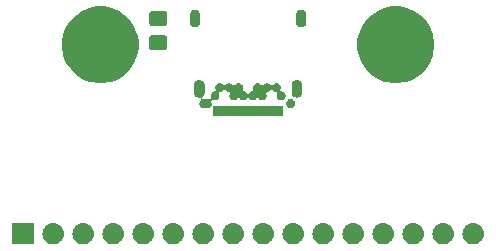
<source format=gbr>
G04 #@! TF.GenerationSoftware,KiCad,Pcbnew,(5.1.2-1)-1*
G04 #@! TF.CreationDate,2020-04-26T15:35:38+02:00*
G04 #@! TF.ProjectId,USB-C-USB-3.2,5553422d-432d-4555-9342-2d332e322e6b,rev?*
G04 #@! TF.SameCoordinates,Original*
G04 #@! TF.FileFunction,Soldermask,Top*
G04 #@! TF.FilePolarity,Negative*
%FSLAX46Y46*%
G04 Gerber Fmt 4.6, Leading zero omitted, Abs format (unit mm)*
G04 Created by KiCad (PCBNEW (5.1.2-1)-1) date 2020-04-26 15:35:38*
%MOMM*%
%LPD*%
G04 APERTURE LIST*
%ADD10C,0.100000*%
G04 APERTURE END LIST*
D10*
G36*
X101660443Y-76105519D02*
G01*
X101726627Y-76112037D01*
X101896466Y-76163557D01*
X102052991Y-76247222D01*
X102088729Y-76276552D01*
X102190186Y-76359814D01*
X102273448Y-76461271D01*
X102302778Y-76497009D01*
X102386443Y-76653534D01*
X102437963Y-76823373D01*
X102455359Y-77000000D01*
X102437963Y-77176627D01*
X102386443Y-77346466D01*
X102302778Y-77502991D01*
X102273448Y-77538729D01*
X102190186Y-77640186D01*
X102088729Y-77723448D01*
X102052991Y-77752778D01*
X101896466Y-77836443D01*
X101726627Y-77887963D01*
X101660442Y-77894482D01*
X101594260Y-77901000D01*
X101505740Y-77901000D01*
X101439558Y-77894482D01*
X101373373Y-77887963D01*
X101203534Y-77836443D01*
X101047009Y-77752778D01*
X101011271Y-77723448D01*
X100909814Y-77640186D01*
X100826552Y-77538729D01*
X100797222Y-77502991D01*
X100713557Y-77346466D01*
X100662037Y-77176627D01*
X100644641Y-77000000D01*
X100662037Y-76823373D01*
X100713557Y-76653534D01*
X100797222Y-76497009D01*
X100826552Y-76461271D01*
X100909814Y-76359814D01*
X101011271Y-76276552D01*
X101047009Y-76247222D01*
X101203534Y-76163557D01*
X101373373Y-76112037D01*
X101439557Y-76105519D01*
X101505740Y-76099000D01*
X101594260Y-76099000D01*
X101660443Y-76105519D01*
X101660443Y-76105519D01*
G37*
G36*
X99120443Y-76105519D02*
G01*
X99186627Y-76112037D01*
X99356466Y-76163557D01*
X99512991Y-76247222D01*
X99548729Y-76276552D01*
X99650186Y-76359814D01*
X99733448Y-76461271D01*
X99762778Y-76497009D01*
X99846443Y-76653534D01*
X99897963Y-76823373D01*
X99915359Y-77000000D01*
X99897963Y-77176627D01*
X99846443Y-77346466D01*
X99762778Y-77502991D01*
X99733448Y-77538729D01*
X99650186Y-77640186D01*
X99548729Y-77723448D01*
X99512991Y-77752778D01*
X99356466Y-77836443D01*
X99186627Y-77887963D01*
X99120442Y-77894482D01*
X99054260Y-77901000D01*
X98965740Y-77901000D01*
X98899558Y-77894482D01*
X98833373Y-77887963D01*
X98663534Y-77836443D01*
X98507009Y-77752778D01*
X98471271Y-77723448D01*
X98369814Y-77640186D01*
X98286552Y-77538729D01*
X98257222Y-77502991D01*
X98173557Y-77346466D01*
X98122037Y-77176627D01*
X98104641Y-77000000D01*
X98122037Y-76823373D01*
X98173557Y-76653534D01*
X98257222Y-76497009D01*
X98286552Y-76461271D01*
X98369814Y-76359814D01*
X98471271Y-76276552D01*
X98507009Y-76247222D01*
X98663534Y-76163557D01*
X98833373Y-76112037D01*
X98899557Y-76105519D01*
X98965740Y-76099000D01*
X99054260Y-76099000D01*
X99120443Y-76105519D01*
X99120443Y-76105519D01*
G37*
G36*
X96580443Y-76105519D02*
G01*
X96646627Y-76112037D01*
X96816466Y-76163557D01*
X96972991Y-76247222D01*
X97008729Y-76276552D01*
X97110186Y-76359814D01*
X97193448Y-76461271D01*
X97222778Y-76497009D01*
X97306443Y-76653534D01*
X97357963Y-76823373D01*
X97375359Y-77000000D01*
X97357963Y-77176627D01*
X97306443Y-77346466D01*
X97222778Y-77502991D01*
X97193448Y-77538729D01*
X97110186Y-77640186D01*
X97008729Y-77723448D01*
X96972991Y-77752778D01*
X96816466Y-77836443D01*
X96646627Y-77887963D01*
X96580442Y-77894482D01*
X96514260Y-77901000D01*
X96425740Y-77901000D01*
X96359558Y-77894482D01*
X96293373Y-77887963D01*
X96123534Y-77836443D01*
X95967009Y-77752778D01*
X95931271Y-77723448D01*
X95829814Y-77640186D01*
X95746552Y-77538729D01*
X95717222Y-77502991D01*
X95633557Y-77346466D01*
X95582037Y-77176627D01*
X95564641Y-77000000D01*
X95582037Y-76823373D01*
X95633557Y-76653534D01*
X95717222Y-76497009D01*
X95746552Y-76461271D01*
X95829814Y-76359814D01*
X95931271Y-76276552D01*
X95967009Y-76247222D01*
X96123534Y-76163557D01*
X96293373Y-76112037D01*
X96359557Y-76105519D01*
X96425740Y-76099000D01*
X96514260Y-76099000D01*
X96580443Y-76105519D01*
X96580443Y-76105519D01*
G37*
G36*
X94040443Y-76105519D02*
G01*
X94106627Y-76112037D01*
X94276466Y-76163557D01*
X94432991Y-76247222D01*
X94468729Y-76276552D01*
X94570186Y-76359814D01*
X94653448Y-76461271D01*
X94682778Y-76497009D01*
X94766443Y-76653534D01*
X94817963Y-76823373D01*
X94835359Y-77000000D01*
X94817963Y-77176627D01*
X94766443Y-77346466D01*
X94682778Y-77502991D01*
X94653448Y-77538729D01*
X94570186Y-77640186D01*
X94468729Y-77723448D01*
X94432991Y-77752778D01*
X94276466Y-77836443D01*
X94106627Y-77887963D01*
X94040442Y-77894482D01*
X93974260Y-77901000D01*
X93885740Y-77901000D01*
X93819558Y-77894482D01*
X93753373Y-77887963D01*
X93583534Y-77836443D01*
X93427009Y-77752778D01*
X93391271Y-77723448D01*
X93289814Y-77640186D01*
X93206552Y-77538729D01*
X93177222Y-77502991D01*
X93093557Y-77346466D01*
X93042037Y-77176627D01*
X93024641Y-77000000D01*
X93042037Y-76823373D01*
X93093557Y-76653534D01*
X93177222Y-76497009D01*
X93206552Y-76461271D01*
X93289814Y-76359814D01*
X93391271Y-76276552D01*
X93427009Y-76247222D01*
X93583534Y-76163557D01*
X93753373Y-76112037D01*
X93819557Y-76105519D01*
X93885740Y-76099000D01*
X93974260Y-76099000D01*
X94040443Y-76105519D01*
X94040443Y-76105519D01*
G37*
G36*
X91500443Y-76105519D02*
G01*
X91566627Y-76112037D01*
X91736466Y-76163557D01*
X91892991Y-76247222D01*
X91928729Y-76276552D01*
X92030186Y-76359814D01*
X92113448Y-76461271D01*
X92142778Y-76497009D01*
X92226443Y-76653534D01*
X92277963Y-76823373D01*
X92295359Y-77000000D01*
X92277963Y-77176627D01*
X92226443Y-77346466D01*
X92142778Y-77502991D01*
X92113448Y-77538729D01*
X92030186Y-77640186D01*
X91928729Y-77723448D01*
X91892991Y-77752778D01*
X91736466Y-77836443D01*
X91566627Y-77887963D01*
X91500442Y-77894482D01*
X91434260Y-77901000D01*
X91345740Y-77901000D01*
X91279558Y-77894482D01*
X91213373Y-77887963D01*
X91043534Y-77836443D01*
X90887009Y-77752778D01*
X90851271Y-77723448D01*
X90749814Y-77640186D01*
X90666552Y-77538729D01*
X90637222Y-77502991D01*
X90553557Y-77346466D01*
X90502037Y-77176627D01*
X90484641Y-77000000D01*
X90502037Y-76823373D01*
X90553557Y-76653534D01*
X90637222Y-76497009D01*
X90666552Y-76461271D01*
X90749814Y-76359814D01*
X90851271Y-76276552D01*
X90887009Y-76247222D01*
X91043534Y-76163557D01*
X91213373Y-76112037D01*
X91279557Y-76105519D01*
X91345740Y-76099000D01*
X91434260Y-76099000D01*
X91500443Y-76105519D01*
X91500443Y-76105519D01*
G37*
G36*
X88960443Y-76105519D02*
G01*
X89026627Y-76112037D01*
X89196466Y-76163557D01*
X89352991Y-76247222D01*
X89388729Y-76276552D01*
X89490186Y-76359814D01*
X89573448Y-76461271D01*
X89602778Y-76497009D01*
X89686443Y-76653534D01*
X89737963Y-76823373D01*
X89755359Y-77000000D01*
X89737963Y-77176627D01*
X89686443Y-77346466D01*
X89602778Y-77502991D01*
X89573448Y-77538729D01*
X89490186Y-77640186D01*
X89388729Y-77723448D01*
X89352991Y-77752778D01*
X89196466Y-77836443D01*
X89026627Y-77887963D01*
X88960442Y-77894482D01*
X88894260Y-77901000D01*
X88805740Y-77901000D01*
X88739558Y-77894482D01*
X88673373Y-77887963D01*
X88503534Y-77836443D01*
X88347009Y-77752778D01*
X88311271Y-77723448D01*
X88209814Y-77640186D01*
X88126552Y-77538729D01*
X88097222Y-77502991D01*
X88013557Y-77346466D01*
X87962037Y-77176627D01*
X87944641Y-77000000D01*
X87962037Y-76823373D01*
X88013557Y-76653534D01*
X88097222Y-76497009D01*
X88126552Y-76461271D01*
X88209814Y-76359814D01*
X88311271Y-76276552D01*
X88347009Y-76247222D01*
X88503534Y-76163557D01*
X88673373Y-76112037D01*
X88739557Y-76105519D01*
X88805740Y-76099000D01*
X88894260Y-76099000D01*
X88960443Y-76105519D01*
X88960443Y-76105519D01*
G37*
G36*
X86420443Y-76105519D02*
G01*
X86486627Y-76112037D01*
X86656466Y-76163557D01*
X86812991Y-76247222D01*
X86848729Y-76276552D01*
X86950186Y-76359814D01*
X87033448Y-76461271D01*
X87062778Y-76497009D01*
X87146443Y-76653534D01*
X87197963Y-76823373D01*
X87215359Y-77000000D01*
X87197963Y-77176627D01*
X87146443Y-77346466D01*
X87062778Y-77502991D01*
X87033448Y-77538729D01*
X86950186Y-77640186D01*
X86848729Y-77723448D01*
X86812991Y-77752778D01*
X86656466Y-77836443D01*
X86486627Y-77887963D01*
X86420442Y-77894482D01*
X86354260Y-77901000D01*
X86265740Y-77901000D01*
X86199558Y-77894482D01*
X86133373Y-77887963D01*
X85963534Y-77836443D01*
X85807009Y-77752778D01*
X85771271Y-77723448D01*
X85669814Y-77640186D01*
X85586552Y-77538729D01*
X85557222Y-77502991D01*
X85473557Y-77346466D01*
X85422037Y-77176627D01*
X85404641Y-77000000D01*
X85422037Y-76823373D01*
X85473557Y-76653534D01*
X85557222Y-76497009D01*
X85586552Y-76461271D01*
X85669814Y-76359814D01*
X85771271Y-76276552D01*
X85807009Y-76247222D01*
X85963534Y-76163557D01*
X86133373Y-76112037D01*
X86199557Y-76105519D01*
X86265740Y-76099000D01*
X86354260Y-76099000D01*
X86420443Y-76105519D01*
X86420443Y-76105519D01*
G37*
G36*
X83880443Y-76105519D02*
G01*
X83946627Y-76112037D01*
X84116466Y-76163557D01*
X84272991Y-76247222D01*
X84308729Y-76276552D01*
X84410186Y-76359814D01*
X84493448Y-76461271D01*
X84522778Y-76497009D01*
X84606443Y-76653534D01*
X84657963Y-76823373D01*
X84675359Y-77000000D01*
X84657963Y-77176627D01*
X84606443Y-77346466D01*
X84522778Y-77502991D01*
X84493448Y-77538729D01*
X84410186Y-77640186D01*
X84308729Y-77723448D01*
X84272991Y-77752778D01*
X84116466Y-77836443D01*
X83946627Y-77887963D01*
X83880442Y-77894482D01*
X83814260Y-77901000D01*
X83725740Y-77901000D01*
X83659558Y-77894482D01*
X83593373Y-77887963D01*
X83423534Y-77836443D01*
X83267009Y-77752778D01*
X83231271Y-77723448D01*
X83129814Y-77640186D01*
X83046552Y-77538729D01*
X83017222Y-77502991D01*
X82933557Y-77346466D01*
X82882037Y-77176627D01*
X82864641Y-77000000D01*
X82882037Y-76823373D01*
X82933557Y-76653534D01*
X83017222Y-76497009D01*
X83046552Y-76461271D01*
X83129814Y-76359814D01*
X83231271Y-76276552D01*
X83267009Y-76247222D01*
X83423534Y-76163557D01*
X83593373Y-76112037D01*
X83659557Y-76105519D01*
X83725740Y-76099000D01*
X83814260Y-76099000D01*
X83880443Y-76105519D01*
X83880443Y-76105519D01*
G37*
G36*
X81340443Y-76105519D02*
G01*
X81406627Y-76112037D01*
X81576466Y-76163557D01*
X81732991Y-76247222D01*
X81768729Y-76276552D01*
X81870186Y-76359814D01*
X81953448Y-76461271D01*
X81982778Y-76497009D01*
X82066443Y-76653534D01*
X82117963Y-76823373D01*
X82135359Y-77000000D01*
X82117963Y-77176627D01*
X82066443Y-77346466D01*
X81982778Y-77502991D01*
X81953448Y-77538729D01*
X81870186Y-77640186D01*
X81768729Y-77723448D01*
X81732991Y-77752778D01*
X81576466Y-77836443D01*
X81406627Y-77887963D01*
X81340442Y-77894482D01*
X81274260Y-77901000D01*
X81185740Y-77901000D01*
X81119558Y-77894482D01*
X81053373Y-77887963D01*
X80883534Y-77836443D01*
X80727009Y-77752778D01*
X80691271Y-77723448D01*
X80589814Y-77640186D01*
X80506552Y-77538729D01*
X80477222Y-77502991D01*
X80393557Y-77346466D01*
X80342037Y-77176627D01*
X80324641Y-77000000D01*
X80342037Y-76823373D01*
X80393557Y-76653534D01*
X80477222Y-76497009D01*
X80506552Y-76461271D01*
X80589814Y-76359814D01*
X80691271Y-76276552D01*
X80727009Y-76247222D01*
X80883534Y-76163557D01*
X81053373Y-76112037D01*
X81119557Y-76105519D01*
X81185740Y-76099000D01*
X81274260Y-76099000D01*
X81340443Y-76105519D01*
X81340443Y-76105519D01*
G37*
G36*
X78800443Y-76105519D02*
G01*
X78866627Y-76112037D01*
X79036466Y-76163557D01*
X79192991Y-76247222D01*
X79228729Y-76276552D01*
X79330186Y-76359814D01*
X79413448Y-76461271D01*
X79442778Y-76497009D01*
X79526443Y-76653534D01*
X79577963Y-76823373D01*
X79595359Y-77000000D01*
X79577963Y-77176627D01*
X79526443Y-77346466D01*
X79442778Y-77502991D01*
X79413448Y-77538729D01*
X79330186Y-77640186D01*
X79228729Y-77723448D01*
X79192991Y-77752778D01*
X79036466Y-77836443D01*
X78866627Y-77887963D01*
X78800442Y-77894482D01*
X78734260Y-77901000D01*
X78645740Y-77901000D01*
X78579558Y-77894482D01*
X78513373Y-77887963D01*
X78343534Y-77836443D01*
X78187009Y-77752778D01*
X78151271Y-77723448D01*
X78049814Y-77640186D01*
X77966552Y-77538729D01*
X77937222Y-77502991D01*
X77853557Y-77346466D01*
X77802037Y-77176627D01*
X77784641Y-77000000D01*
X77802037Y-76823373D01*
X77853557Y-76653534D01*
X77937222Y-76497009D01*
X77966552Y-76461271D01*
X78049814Y-76359814D01*
X78151271Y-76276552D01*
X78187009Y-76247222D01*
X78343534Y-76163557D01*
X78513373Y-76112037D01*
X78579557Y-76105519D01*
X78645740Y-76099000D01*
X78734260Y-76099000D01*
X78800443Y-76105519D01*
X78800443Y-76105519D01*
G37*
G36*
X76260443Y-76105519D02*
G01*
X76326627Y-76112037D01*
X76496466Y-76163557D01*
X76652991Y-76247222D01*
X76688729Y-76276552D01*
X76790186Y-76359814D01*
X76873448Y-76461271D01*
X76902778Y-76497009D01*
X76986443Y-76653534D01*
X77037963Y-76823373D01*
X77055359Y-77000000D01*
X77037963Y-77176627D01*
X76986443Y-77346466D01*
X76902778Y-77502991D01*
X76873448Y-77538729D01*
X76790186Y-77640186D01*
X76688729Y-77723448D01*
X76652991Y-77752778D01*
X76496466Y-77836443D01*
X76326627Y-77887963D01*
X76260442Y-77894482D01*
X76194260Y-77901000D01*
X76105740Y-77901000D01*
X76039558Y-77894482D01*
X75973373Y-77887963D01*
X75803534Y-77836443D01*
X75647009Y-77752778D01*
X75611271Y-77723448D01*
X75509814Y-77640186D01*
X75426552Y-77538729D01*
X75397222Y-77502991D01*
X75313557Y-77346466D01*
X75262037Y-77176627D01*
X75244641Y-77000000D01*
X75262037Y-76823373D01*
X75313557Y-76653534D01*
X75397222Y-76497009D01*
X75426552Y-76461271D01*
X75509814Y-76359814D01*
X75611271Y-76276552D01*
X75647009Y-76247222D01*
X75803534Y-76163557D01*
X75973373Y-76112037D01*
X76039557Y-76105519D01*
X76105740Y-76099000D01*
X76194260Y-76099000D01*
X76260443Y-76105519D01*
X76260443Y-76105519D01*
G37*
G36*
X73720443Y-76105519D02*
G01*
X73786627Y-76112037D01*
X73956466Y-76163557D01*
X74112991Y-76247222D01*
X74148729Y-76276552D01*
X74250186Y-76359814D01*
X74333448Y-76461271D01*
X74362778Y-76497009D01*
X74446443Y-76653534D01*
X74497963Y-76823373D01*
X74515359Y-77000000D01*
X74497963Y-77176627D01*
X74446443Y-77346466D01*
X74362778Y-77502991D01*
X74333448Y-77538729D01*
X74250186Y-77640186D01*
X74148729Y-77723448D01*
X74112991Y-77752778D01*
X73956466Y-77836443D01*
X73786627Y-77887963D01*
X73720442Y-77894482D01*
X73654260Y-77901000D01*
X73565740Y-77901000D01*
X73499558Y-77894482D01*
X73433373Y-77887963D01*
X73263534Y-77836443D01*
X73107009Y-77752778D01*
X73071271Y-77723448D01*
X72969814Y-77640186D01*
X72886552Y-77538729D01*
X72857222Y-77502991D01*
X72773557Y-77346466D01*
X72722037Y-77176627D01*
X72704641Y-77000000D01*
X72722037Y-76823373D01*
X72773557Y-76653534D01*
X72857222Y-76497009D01*
X72886552Y-76461271D01*
X72969814Y-76359814D01*
X73071271Y-76276552D01*
X73107009Y-76247222D01*
X73263534Y-76163557D01*
X73433373Y-76112037D01*
X73499557Y-76105519D01*
X73565740Y-76099000D01*
X73654260Y-76099000D01*
X73720443Y-76105519D01*
X73720443Y-76105519D01*
G37*
G36*
X71180443Y-76105519D02*
G01*
X71246627Y-76112037D01*
X71416466Y-76163557D01*
X71572991Y-76247222D01*
X71608729Y-76276552D01*
X71710186Y-76359814D01*
X71793448Y-76461271D01*
X71822778Y-76497009D01*
X71906443Y-76653534D01*
X71957963Y-76823373D01*
X71975359Y-77000000D01*
X71957963Y-77176627D01*
X71906443Y-77346466D01*
X71822778Y-77502991D01*
X71793448Y-77538729D01*
X71710186Y-77640186D01*
X71608729Y-77723448D01*
X71572991Y-77752778D01*
X71416466Y-77836443D01*
X71246627Y-77887963D01*
X71180442Y-77894482D01*
X71114260Y-77901000D01*
X71025740Y-77901000D01*
X70959558Y-77894482D01*
X70893373Y-77887963D01*
X70723534Y-77836443D01*
X70567009Y-77752778D01*
X70531271Y-77723448D01*
X70429814Y-77640186D01*
X70346552Y-77538729D01*
X70317222Y-77502991D01*
X70233557Y-77346466D01*
X70182037Y-77176627D01*
X70164641Y-77000000D01*
X70182037Y-76823373D01*
X70233557Y-76653534D01*
X70317222Y-76497009D01*
X70346552Y-76461271D01*
X70429814Y-76359814D01*
X70531271Y-76276552D01*
X70567009Y-76247222D01*
X70723534Y-76163557D01*
X70893373Y-76112037D01*
X70959557Y-76105519D01*
X71025740Y-76099000D01*
X71114260Y-76099000D01*
X71180443Y-76105519D01*
X71180443Y-76105519D01*
G37*
G36*
X68640443Y-76105519D02*
G01*
X68706627Y-76112037D01*
X68876466Y-76163557D01*
X69032991Y-76247222D01*
X69068729Y-76276552D01*
X69170186Y-76359814D01*
X69253448Y-76461271D01*
X69282778Y-76497009D01*
X69366443Y-76653534D01*
X69417963Y-76823373D01*
X69435359Y-77000000D01*
X69417963Y-77176627D01*
X69366443Y-77346466D01*
X69282778Y-77502991D01*
X69253448Y-77538729D01*
X69170186Y-77640186D01*
X69068729Y-77723448D01*
X69032991Y-77752778D01*
X68876466Y-77836443D01*
X68706627Y-77887963D01*
X68640442Y-77894482D01*
X68574260Y-77901000D01*
X68485740Y-77901000D01*
X68419558Y-77894482D01*
X68353373Y-77887963D01*
X68183534Y-77836443D01*
X68027009Y-77752778D01*
X67991271Y-77723448D01*
X67889814Y-77640186D01*
X67806552Y-77538729D01*
X67777222Y-77502991D01*
X67693557Y-77346466D01*
X67642037Y-77176627D01*
X67624641Y-77000000D01*
X67642037Y-76823373D01*
X67693557Y-76653534D01*
X67777222Y-76497009D01*
X67806552Y-76461271D01*
X67889814Y-76359814D01*
X67991271Y-76276552D01*
X68027009Y-76247222D01*
X68183534Y-76163557D01*
X68353373Y-76112037D01*
X68419557Y-76105519D01*
X68485740Y-76099000D01*
X68574260Y-76099000D01*
X68640443Y-76105519D01*
X68640443Y-76105519D01*
G37*
G36*
X66100443Y-76105519D02*
G01*
X66166627Y-76112037D01*
X66336466Y-76163557D01*
X66492991Y-76247222D01*
X66528729Y-76276552D01*
X66630186Y-76359814D01*
X66713448Y-76461271D01*
X66742778Y-76497009D01*
X66826443Y-76653534D01*
X66877963Y-76823373D01*
X66895359Y-77000000D01*
X66877963Y-77176627D01*
X66826443Y-77346466D01*
X66742778Y-77502991D01*
X66713448Y-77538729D01*
X66630186Y-77640186D01*
X66528729Y-77723448D01*
X66492991Y-77752778D01*
X66336466Y-77836443D01*
X66166627Y-77887963D01*
X66100442Y-77894482D01*
X66034260Y-77901000D01*
X65945740Y-77901000D01*
X65879558Y-77894482D01*
X65813373Y-77887963D01*
X65643534Y-77836443D01*
X65487009Y-77752778D01*
X65451271Y-77723448D01*
X65349814Y-77640186D01*
X65266552Y-77538729D01*
X65237222Y-77502991D01*
X65153557Y-77346466D01*
X65102037Y-77176627D01*
X65084641Y-77000000D01*
X65102037Y-76823373D01*
X65153557Y-76653534D01*
X65237222Y-76497009D01*
X65266552Y-76461271D01*
X65349814Y-76359814D01*
X65451271Y-76276552D01*
X65487009Y-76247222D01*
X65643534Y-76163557D01*
X65813373Y-76112037D01*
X65879557Y-76105519D01*
X65945740Y-76099000D01*
X66034260Y-76099000D01*
X66100443Y-76105519D01*
X66100443Y-76105519D01*
G37*
G36*
X64351000Y-77901000D02*
G01*
X62549000Y-77901000D01*
X62549000Y-76099000D01*
X64351000Y-76099000D01*
X64351000Y-77901000D01*
X64351000Y-77901000D01*
G37*
G36*
X79532894Y-66219000D02*
G01*
X85451000Y-66219000D01*
X85451000Y-67021000D01*
X79549000Y-67021000D01*
X79549000Y-66294008D01*
X79546598Y-66269622D01*
X79539485Y-66246173D01*
X79527934Y-66224562D01*
X79522049Y-66217391D01*
X79532894Y-66219000D01*
X79532894Y-66219000D01*
G37*
G36*
X86209672Y-65598449D02*
G01*
X86209674Y-65598450D01*
X86209675Y-65598450D01*
X86278103Y-65626793D01*
X86339686Y-65667942D01*
X86392058Y-65720314D01*
X86433207Y-65781897D01*
X86441233Y-65801275D01*
X86461551Y-65850328D01*
X86476000Y-65922966D01*
X86476000Y-65997034D01*
X86468705Y-66033709D01*
X86461550Y-66069675D01*
X86433207Y-66138103D01*
X86392058Y-66199686D01*
X86339686Y-66252058D01*
X86278103Y-66293207D01*
X86209675Y-66321550D01*
X86209674Y-66321550D01*
X86209672Y-66321551D01*
X86137034Y-66336000D01*
X86062966Y-66336000D01*
X85990328Y-66321551D01*
X85990326Y-66321550D01*
X85990325Y-66321550D01*
X85921897Y-66293207D01*
X85860314Y-66252058D01*
X85807942Y-66199686D01*
X85766793Y-66138103D01*
X85738450Y-66069675D01*
X85731296Y-66033709D01*
X85724000Y-65997034D01*
X85724000Y-65922966D01*
X85738449Y-65850328D01*
X85758767Y-65801275D01*
X85766793Y-65781897D01*
X85807942Y-65720314D01*
X85860314Y-65667942D01*
X85921897Y-65626793D01*
X85990325Y-65598450D01*
X85990326Y-65598450D01*
X85990328Y-65598449D01*
X86062966Y-65584000D01*
X86137034Y-65584000D01*
X86209672Y-65598449D01*
X86209672Y-65598449D01*
G37*
G36*
X78458410Y-63965525D02*
G01*
X78543426Y-63991314D01*
X78621775Y-64033193D01*
X78690449Y-64089551D01*
X78746807Y-64158225D01*
X78788686Y-64236574D01*
X78814475Y-64321590D01*
X78821000Y-64387842D01*
X78821000Y-65032158D01*
X78814475Y-65098410D01*
X78788686Y-65183426D01*
X78746807Y-65261775D01*
X78690449Y-65330448D01*
X78651546Y-65362374D01*
X78634219Y-65379701D01*
X78620605Y-65400075D01*
X78611227Y-65422714D01*
X78606446Y-65446747D01*
X78606446Y-65471251D01*
X78611226Y-65495285D01*
X78620603Y-65517924D01*
X78634216Y-65538298D01*
X78651543Y-65555625D01*
X78671917Y-65569239D01*
X78694556Y-65578617D01*
X78718589Y-65583398D01*
X78730843Y-65584000D01*
X79068472Y-65584000D01*
X79123710Y-65589440D01*
X79196825Y-65611620D01*
X79220858Y-65616401D01*
X79245362Y-65616401D01*
X79269396Y-65611621D01*
X79292035Y-65602244D01*
X79312409Y-65588630D01*
X79329736Y-65571303D01*
X79343350Y-65550929D01*
X79352727Y-65528290D01*
X79357508Y-65504257D01*
X79357508Y-65479753D01*
X79352728Y-65455719D01*
X79348595Y-65444169D01*
X79338449Y-65419674D01*
X79324000Y-65347034D01*
X79324000Y-65272966D01*
X79338449Y-65200328D01*
X79345450Y-65183425D01*
X79366793Y-65131897D01*
X79407942Y-65070314D01*
X79460314Y-65017942D01*
X79521897Y-64976793D01*
X79590325Y-64948450D01*
X79590324Y-64948450D01*
X79590327Y-64948449D01*
X79665338Y-64933528D01*
X79688786Y-64926415D01*
X79710397Y-64914864D01*
X79729339Y-64899318D01*
X79744884Y-64880376D01*
X79756435Y-64858766D01*
X79763548Y-64835317D01*
X79765950Y-64810931D01*
X79763548Y-64786544D01*
X79756435Y-64763096D01*
X79738449Y-64719674D01*
X79724000Y-64647034D01*
X79724000Y-64572966D01*
X79738449Y-64500328D01*
X79738450Y-64500325D01*
X79766793Y-64431897D01*
X79807942Y-64370314D01*
X79860314Y-64317942D01*
X79921897Y-64276793D01*
X79990325Y-64248450D01*
X79990326Y-64248450D01*
X79990328Y-64248449D01*
X80062966Y-64234000D01*
X80137034Y-64234000D01*
X80209672Y-64248449D01*
X80209674Y-64248450D01*
X80209675Y-64248450D01*
X80278103Y-64276793D01*
X80339686Y-64317942D01*
X80392058Y-64370314D01*
X80396072Y-64376321D01*
X80411612Y-64395256D01*
X80430553Y-64410801D01*
X80452164Y-64422353D01*
X80475613Y-64429466D01*
X80499999Y-64431868D01*
X80524385Y-64429466D01*
X80547834Y-64422353D01*
X80569445Y-64410803D01*
X80588387Y-64395257D01*
X80603928Y-64376321D01*
X80607942Y-64370314D01*
X80660314Y-64317942D01*
X80721897Y-64276793D01*
X80790325Y-64248450D01*
X80790326Y-64248450D01*
X80790328Y-64248449D01*
X80862966Y-64234000D01*
X80937034Y-64234000D01*
X81009672Y-64248449D01*
X81009674Y-64248450D01*
X81009675Y-64248450D01*
X81078103Y-64276793D01*
X81139686Y-64317942D01*
X81192058Y-64370314D01*
X81196072Y-64376321D01*
X81211612Y-64395256D01*
X81230553Y-64410801D01*
X81252164Y-64422353D01*
X81275613Y-64429466D01*
X81299999Y-64431868D01*
X81324385Y-64429466D01*
X81347834Y-64422353D01*
X81369445Y-64410803D01*
X81388387Y-64395257D01*
X81403928Y-64376321D01*
X81407942Y-64370314D01*
X81460314Y-64317942D01*
X81521897Y-64276793D01*
X81590325Y-64248450D01*
X81590326Y-64248450D01*
X81590328Y-64248449D01*
X81662966Y-64234000D01*
X81737034Y-64234000D01*
X81809672Y-64248449D01*
X81809674Y-64248450D01*
X81809675Y-64248450D01*
X81878103Y-64276793D01*
X81939686Y-64317942D01*
X81992058Y-64370314D01*
X82033207Y-64431897D01*
X82061550Y-64500325D01*
X82061551Y-64500328D01*
X82076000Y-64572966D01*
X82076000Y-64647034D01*
X82061551Y-64719674D01*
X82043565Y-64763096D01*
X82036452Y-64786545D01*
X82034050Y-64810931D01*
X82036452Y-64835317D01*
X82043565Y-64858766D01*
X82055116Y-64880376D01*
X82070661Y-64899318D01*
X82089603Y-64914864D01*
X82111214Y-64926415D01*
X82134662Y-64933528D01*
X82209673Y-64948449D01*
X82209676Y-64948450D01*
X82209675Y-64948450D01*
X82278103Y-64976793D01*
X82339686Y-65017942D01*
X82392058Y-65070314D01*
X82396072Y-65076321D01*
X82411612Y-65095256D01*
X82430553Y-65110801D01*
X82452164Y-65122353D01*
X82475613Y-65129466D01*
X82499999Y-65131868D01*
X82524385Y-65129466D01*
X82547834Y-65122353D01*
X82569445Y-65110803D01*
X82588387Y-65095257D01*
X82603928Y-65076321D01*
X82607942Y-65070314D01*
X82660314Y-65017942D01*
X82721897Y-64976793D01*
X82790325Y-64948450D01*
X82790324Y-64948450D01*
X82790327Y-64948449D01*
X82865338Y-64933528D01*
X82888786Y-64926415D01*
X82910397Y-64914864D01*
X82929339Y-64899318D01*
X82944884Y-64880376D01*
X82956435Y-64858766D01*
X82963548Y-64835317D01*
X82965950Y-64810931D01*
X82963548Y-64786544D01*
X82956435Y-64763096D01*
X82938449Y-64719674D01*
X82924000Y-64647034D01*
X82924000Y-64572966D01*
X82938449Y-64500328D01*
X82938450Y-64500325D01*
X82966793Y-64431897D01*
X83007942Y-64370314D01*
X83060314Y-64317942D01*
X83121897Y-64276793D01*
X83190325Y-64248450D01*
X83190326Y-64248450D01*
X83190328Y-64248449D01*
X83262966Y-64234000D01*
X83337034Y-64234000D01*
X83409672Y-64248449D01*
X83409674Y-64248450D01*
X83409675Y-64248450D01*
X83478103Y-64276793D01*
X83539686Y-64317942D01*
X83592058Y-64370314D01*
X83596072Y-64376321D01*
X83611612Y-64395256D01*
X83630553Y-64410801D01*
X83652164Y-64422353D01*
X83675613Y-64429466D01*
X83699999Y-64431868D01*
X83724385Y-64429466D01*
X83747834Y-64422353D01*
X83769445Y-64410803D01*
X83788387Y-64395257D01*
X83803928Y-64376321D01*
X83807942Y-64370314D01*
X83860314Y-64317942D01*
X83921897Y-64276793D01*
X83990325Y-64248450D01*
X83990326Y-64248450D01*
X83990328Y-64248449D01*
X84062966Y-64234000D01*
X84137034Y-64234000D01*
X84209672Y-64248449D01*
X84209674Y-64248450D01*
X84209675Y-64248450D01*
X84278103Y-64276793D01*
X84339686Y-64317942D01*
X84392058Y-64370314D01*
X84396072Y-64376321D01*
X84411612Y-64395256D01*
X84430553Y-64410801D01*
X84452164Y-64422353D01*
X84475613Y-64429466D01*
X84499999Y-64431868D01*
X84524385Y-64429466D01*
X84547834Y-64422353D01*
X84569445Y-64410803D01*
X84588387Y-64395257D01*
X84603928Y-64376321D01*
X84607942Y-64370314D01*
X84660314Y-64317942D01*
X84721897Y-64276793D01*
X84790325Y-64248450D01*
X84790326Y-64248450D01*
X84790328Y-64248449D01*
X84862966Y-64234000D01*
X84937034Y-64234000D01*
X85009672Y-64248449D01*
X85009674Y-64248450D01*
X85009675Y-64248450D01*
X85078103Y-64276793D01*
X85139686Y-64317942D01*
X85192058Y-64370314D01*
X85233207Y-64431897D01*
X85261550Y-64500325D01*
X85261551Y-64500328D01*
X85276000Y-64572966D01*
X85276000Y-64647034D01*
X85261551Y-64719674D01*
X85243565Y-64763096D01*
X85236452Y-64786545D01*
X85234050Y-64810931D01*
X85236452Y-64835317D01*
X85243565Y-64858766D01*
X85255116Y-64880376D01*
X85270661Y-64899318D01*
X85289603Y-64914864D01*
X85311214Y-64926415D01*
X85334662Y-64933528D01*
X85409673Y-64948449D01*
X85409676Y-64948450D01*
X85409675Y-64948450D01*
X85478103Y-64976793D01*
X85539686Y-65017942D01*
X85592058Y-65070314D01*
X85633207Y-65131897D01*
X85654550Y-65183425D01*
X85661551Y-65200328D01*
X85676000Y-65272966D01*
X85676000Y-65347034D01*
X85672949Y-65362374D01*
X85661550Y-65419675D01*
X85633207Y-65488103D01*
X85592058Y-65549686D01*
X85539686Y-65602058D01*
X85478103Y-65643207D01*
X85409675Y-65671550D01*
X85409674Y-65671550D01*
X85409672Y-65671551D01*
X85337034Y-65686000D01*
X85262966Y-65686000D01*
X85190328Y-65671551D01*
X85190326Y-65671550D01*
X85190325Y-65671550D01*
X85121897Y-65643207D01*
X85060314Y-65602058D01*
X85007942Y-65549686D01*
X84966793Y-65488103D01*
X84938450Y-65419675D01*
X84927052Y-65362374D01*
X84924000Y-65347034D01*
X84924000Y-65272966D01*
X84938449Y-65200326D01*
X84956435Y-65156904D01*
X84963548Y-65133455D01*
X84965950Y-65109069D01*
X84963548Y-65084683D01*
X84956435Y-65061234D01*
X84944884Y-65039624D01*
X84929339Y-65020682D01*
X84910397Y-65005136D01*
X84888786Y-64993585D01*
X84865338Y-64986472D01*
X84790327Y-64971551D01*
X84780304Y-64967399D01*
X84721897Y-64943207D01*
X84660314Y-64902058D01*
X84607942Y-64849686D01*
X84603928Y-64843679D01*
X84588388Y-64824744D01*
X84569447Y-64809199D01*
X84547836Y-64797647D01*
X84524387Y-64790534D01*
X84500001Y-64788132D01*
X84475615Y-64790534D01*
X84452166Y-64797647D01*
X84430555Y-64809197D01*
X84411613Y-64824743D01*
X84396072Y-64843679D01*
X84392058Y-64849686D01*
X84339686Y-64902058D01*
X84278103Y-64943207D01*
X84219696Y-64967399D01*
X84209673Y-64971551D01*
X84134662Y-64986472D01*
X84111214Y-64993585D01*
X84089603Y-65005136D01*
X84070661Y-65020682D01*
X84055116Y-65039624D01*
X84043565Y-65061234D01*
X84036452Y-65084683D01*
X84034050Y-65109069D01*
X84036452Y-65133456D01*
X84043565Y-65156904D01*
X84061551Y-65200326D01*
X84076000Y-65272966D01*
X84076000Y-65347034D01*
X84072949Y-65362374D01*
X84061550Y-65419675D01*
X84033207Y-65488103D01*
X83992058Y-65549686D01*
X83939686Y-65602058D01*
X83878103Y-65643207D01*
X83809675Y-65671550D01*
X83809674Y-65671550D01*
X83809672Y-65671551D01*
X83737034Y-65686000D01*
X83662966Y-65686000D01*
X83590328Y-65671551D01*
X83590326Y-65671550D01*
X83590325Y-65671550D01*
X83521897Y-65643207D01*
X83460314Y-65602058D01*
X83407942Y-65549686D01*
X83403928Y-65543679D01*
X83388388Y-65524744D01*
X83369447Y-65509199D01*
X83347836Y-65497647D01*
X83324387Y-65490534D01*
X83300001Y-65488132D01*
X83275615Y-65490534D01*
X83252166Y-65497647D01*
X83230555Y-65509197D01*
X83211613Y-65524743D01*
X83196072Y-65543679D01*
X83192058Y-65549686D01*
X83139686Y-65602058D01*
X83078103Y-65643207D01*
X83009675Y-65671550D01*
X83009674Y-65671550D01*
X83009672Y-65671551D01*
X82937034Y-65686000D01*
X82862966Y-65686000D01*
X82790328Y-65671551D01*
X82790326Y-65671550D01*
X82790325Y-65671550D01*
X82721897Y-65643207D01*
X82660314Y-65602058D01*
X82607942Y-65549686D01*
X82603928Y-65543679D01*
X82588388Y-65524744D01*
X82569447Y-65509199D01*
X82547836Y-65497647D01*
X82524387Y-65490534D01*
X82500001Y-65488132D01*
X82475615Y-65490534D01*
X82452166Y-65497647D01*
X82430555Y-65509197D01*
X82411613Y-65524743D01*
X82396072Y-65543679D01*
X82392058Y-65549686D01*
X82339686Y-65602058D01*
X82278103Y-65643207D01*
X82209675Y-65671550D01*
X82209674Y-65671550D01*
X82209672Y-65671551D01*
X82137034Y-65686000D01*
X82062966Y-65686000D01*
X81990328Y-65671551D01*
X81990326Y-65671550D01*
X81990325Y-65671550D01*
X81921897Y-65643207D01*
X81860314Y-65602058D01*
X81807942Y-65549686D01*
X81803928Y-65543679D01*
X81788388Y-65524744D01*
X81769447Y-65509199D01*
X81747836Y-65497647D01*
X81724387Y-65490534D01*
X81700001Y-65488132D01*
X81675615Y-65490534D01*
X81652166Y-65497647D01*
X81630555Y-65509197D01*
X81611613Y-65524743D01*
X81596072Y-65543679D01*
X81592058Y-65549686D01*
X81539686Y-65602058D01*
X81478103Y-65643207D01*
X81409675Y-65671550D01*
X81409674Y-65671550D01*
X81409672Y-65671551D01*
X81337034Y-65686000D01*
X81262966Y-65686000D01*
X81190328Y-65671551D01*
X81190326Y-65671550D01*
X81190325Y-65671550D01*
X81121897Y-65643207D01*
X81060314Y-65602058D01*
X81007942Y-65549686D01*
X80966793Y-65488103D01*
X80938450Y-65419675D01*
X80927052Y-65362374D01*
X80924000Y-65347034D01*
X80924000Y-65272966D01*
X80938449Y-65200326D01*
X80956435Y-65156904D01*
X80963548Y-65133455D01*
X80965950Y-65109069D01*
X80963548Y-65084683D01*
X80956435Y-65061234D01*
X80944884Y-65039624D01*
X80929339Y-65020682D01*
X80910397Y-65005136D01*
X80888786Y-64993585D01*
X80865338Y-64986472D01*
X80790327Y-64971551D01*
X80780304Y-64967399D01*
X80721897Y-64943207D01*
X80660314Y-64902058D01*
X80607942Y-64849686D01*
X80603928Y-64843679D01*
X80588388Y-64824744D01*
X80569447Y-64809199D01*
X80547836Y-64797647D01*
X80524387Y-64790534D01*
X80500001Y-64788132D01*
X80475615Y-64790534D01*
X80452166Y-64797647D01*
X80430555Y-64809197D01*
X80411613Y-64824743D01*
X80396072Y-64843679D01*
X80392058Y-64849686D01*
X80339686Y-64902058D01*
X80278103Y-64943207D01*
X80219696Y-64967399D01*
X80209673Y-64971551D01*
X80134662Y-64986472D01*
X80111214Y-64993585D01*
X80089603Y-65005136D01*
X80070661Y-65020682D01*
X80055116Y-65039624D01*
X80043565Y-65061234D01*
X80036452Y-65084683D01*
X80034050Y-65109069D01*
X80036452Y-65133456D01*
X80043565Y-65156904D01*
X80061551Y-65200326D01*
X80076000Y-65272966D01*
X80076000Y-65347034D01*
X80072949Y-65362374D01*
X80061550Y-65419675D01*
X80033207Y-65488103D01*
X79992058Y-65549686D01*
X79939686Y-65602058D01*
X79878103Y-65643207D01*
X79809675Y-65671550D01*
X79809674Y-65671550D01*
X79809672Y-65671551D01*
X79737034Y-65686000D01*
X79662966Y-65686000D01*
X79590326Y-65671551D01*
X79565831Y-65661405D01*
X79542382Y-65654292D01*
X79517996Y-65651890D01*
X79493610Y-65654292D01*
X79470161Y-65661405D01*
X79448550Y-65672956D01*
X79429608Y-65688501D01*
X79414063Y-65707443D01*
X79402512Y-65729054D01*
X79395399Y-65752503D01*
X79392997Y-65776889D01*
X79395399Y-65801275D01*
X79398380Y-65813175D01*
X79420560Y-65886290D01*
X79427819Y-65960000D01*
X79420560Y-66033707D01*
X79413277Y-66057716D01*
X79408497Y-66081750D01*
X79408497Y-66106254D01*
X79413278Y-66130287D01*
X79422655Y-66152926D01*
X79434064Y-66170000D01*
X79424001Y-66169009D01*
X79399615Y-66171411D01*
X79376166Y-66178524D01*
X79354555Y-66190075D01*
X79335613Y-66205620D01*
X79327375Y-66214710D01*
X79317159Y-66227159D01*
X79259904Y-66274146D01*
X79194585Y-66309060D01*
X79123710Y-66330560D01*
X79068472Y-66336000D01*
X78731528Y-66336000D01*
X78676290Y-66330560D01*
X78605415Y-66309060D01*
X78540096Y-66274146D01*
X78482841Y-66227159D01*
X78435854Y-66169904D01*
X78400940Y-66104585D01*
X78379440Y-66033710D01*
X78372181Y-65960000D01*
X78379440Y-65886290D01*
X78400940Y-65815415D01*
X78435854Y-65750096D01*
X78482841Y-65692842D01*
X78497703Y-65680645D01*
X78515030Y-65663318D01*
X78528644Y-65642944D01*
X78538021Y-65620305D01*
X78542802Y-65596272D01*
X78542802Y-65571768D01*
X78538022Y-65547735D01*
X78528645Y-65525096D01*
X78515031Y-65504721D01*
X78497704Y-65487394D01*
X78477330Y-65473780D01*
X78454691Y-65464403D01*
X78430658Y-65459622D01*
X78406154Y-65459622D01*
X78370001Y-65463182D01*
X78370000Y-65463182D01*
X78361293Y-65462324D01*
X78281590Y-65454475D01*
X78196574Y-65428686D01*
X78118225Y-65386807D01*
X78049552Y-65330449D01*
X77993193Y-65261774D01*
X77951314Y-65183425D01*
X77925525Y-65098409D01*
X77919000Y-65032157D01*
X77919000Y-64387842D01*
X77925525Y-64321590D01*
X77951313Y-64236577D01*
X77993195Y-64158224D01*
X78049552Y-64089551D01*
X78118226Y-64033193D01*
X78196575Y-63991314D01*
X78281591Y-63965525D01*
X78370000Y-63956818D01*
X78458410Y-63965525D01*
X78458410Y-63965525D01*
G37*
G36*
X86718410Y-63965525D02*
G01*
X86803426Y-63991314D01*
X86881775Y-64033193D01*
X86950449Y-64089551D01*
X87006807Y-64158225D01*
X87048686Y-64236574D01*
X87074475Y-64321590D01*
X87081000Y-64387842D01*
X87081000Y-65032158D01*
X87074475Y-65098410D01*
X87048686Y-65183426D01*
X87006807Y-65261775D01*
X86950449Y-65330448D01*
X86881774Y-65386807D01*
X86803425Y-65428686D01*
X86718409Y-65454475D01*
X86630000Y-65463182D01*
X86541590Y-65454475D01*
X86456574Y-65428686D01*
X86378225Y-65386807D01*
X86309552Y-65330449D01*
X86253193Y-65261774D01*
X86211314Y-65183425D01*
X86185525Y-65098409D01*
X86179000Y-65032157D01*
X86179000Y-64387842D01*
X86185525Y-64321590D01*
X86211313Y-64236577D01*
X86253195Y-64158224D01*
X86309552Y-64089551D01*
X86378226Y-64033193D01*
X86456575Y-63991314D01*
X86541591Y-63965525D01*
X86630000Y-63956818D01*
X86718410Y-63965525D01*
X86718410Y-63965525D01*
G37*
G36*
X70634239Y-57811467D02*
G01*
X70948282Y-57873934D01*
X71539926Y-58119001D01*
X71940073Y-58386371D01*
X72017111Y-58437846D01*
X72072392Y-58474784D01*
X72525216Y-58927608D01*
X72880999Y-59460074D01*
X73126066Y-60051718D01*
X73158525Y-60214899D01*
X73251000Y-60679803D01*
X73251000Y-61320197D01*
X73188533Y-61634239D01*
X73126066Y-61948282D01*
X72880999Y-62539926D01*
X72525216Y-63072392D01*
X72072392Y-63525216D01*
X71539926Y-63880999D01*
X70948282Y-64126066D01*
X70634239Y-64188533D01*
X70320197Y-64251000D01*
X69679803Y-64251000D01*
X69365761Y-64188533D01*
X69051718Y-64126066D01*
X68460074Y-63880999D01*
X67927608Y-63525216D01*
X67474784Y-63072392D01*
X67119001Y-62539926D01*
X66873934Y-61948282D01*
X66811467Y-61634239D01*
X66749000Y-61320197D01*
X66749000Y-60679803D01*
X66841475Y-60214899D01*
X66873934Y-60051718D01*
X67119001Y-59460074D01*
X67474784Y-58927608D01*
X67927608Y-58474784D01*
X67982890Y-58437846D01*
X68059927Y-58386371D01*
X68460074Y-58119001D01*
X69051718Y-57873934D01*
X69365761Y-57811467D01*
X69679803Y-57749000D01*
X70320197Y-57749000D01*
X70634239Y-57811467D01*
X70634239Y-57811467D01*
G37*
G36*
X95634239Y-57811467D02*
G01*
X95948282Y-57873934D01*
X96539926Y-58119001D01*
X96940073Y-58386371D01*
X97017111Y-58437846D01*
X97072392Y-58474784D01*
X97525216Y-58927608D01*
X97880999Y-59460074D01*
X98126066Y-60051718D01*
X98158525Y-60214899D01*
X98251000Y-60679803D01*
X98251000Y-61320197D01*
X98188533Y-61634239D01*
X98126066Y-61948282D01*
X97880999Y-62539926D01*
X97525216Y-63072392D01*
X97072392Y-63525216D01*
X96539926Y-63880999D01*
X95948282Y-64126066D01*
X95634239Y-64188533D01*
X95320197Y-64251000D01*
X94679803Y-64251000D01*
X94365761Y-64188533D01*
X94051718Y-64126066D01*
X93460074Y-63880999D01*
X92927608Y-63525216D01*
X92474784Y-63072392D01*
X92119001Y-62539926D01*
X91873934Y-61948282D01*
X91811467Y-61634239D01*
X91749000Y-61320197D01*
X91749000Y-60679803D01*
X91841475Y-60214899D01*
X91873934Y-60051718D01*
X92119001Y-59460074D01*
X92474784Y-58927608D01*
X92927608Y-58474784D01*
X92982890Y-58437846D01*
X93059927Y-58386371D01*
X93460074Y-58119001D01*
X94051718Y-57873934D01*
X94365761Y-57811467D01*
X94679803Y-57749000D01*
X95320197Y-57749000D01*
X95634239Y-57811467D01*
X95634239Y-57811467D01*
G37*
G36*
X75488674Y-60203465D02*
G01*
X75526367Y-60214899D01*
X75561103Y-60233466D01*
X75591548Y-60258452D01*
X75616534Y-60288897D01*
X75635101Y-60323633D01*
X75646535Y-60361326D01*
X75651000Y-60406661D01*
X75651000Y-61243339D01*
X75646535Y-61288674D01*
X75635101Y-61326367D01*
X75616534Y-61361103D01*
X75591548Y-61391548D01*
X75561103Y-61416534D01*
X75526367Y-61435101D01*
X75488674Y-61446535D01*
X75443339Y-61451000D01*
X74356661Y-61451000D01*
X74311326Y-61446535D01*
X74273633Y-61435101D01*
X74238897Y-61416534D01*
X74208452Y-61391548D01*
X74183466Y-61361103D01*
X74164899Y-61326367D01*
X74153465Y-61288674D01*
X74149000Y-61243339D01*
X74149000Y-60406661D01*
X74153465Y-60361326D01*
X74164899Y-60323633D01*
X74183466Y-60288897D01*
X74208452Y-60258452D01*
X74238897Y-60233466D01*
X74273633Y-60214899D01*
X74311326Y-60203465D01*
X74356661Y-60199000D01*
X75443339Y-60199000D01*
X75488674Y-60203465D01*
X75488674Y-60203465D01*
G37*
G36*
X78098410Y-58015525D02*
G01*
X78183426Y-58041314D01*
X78261775Y-58083193D01*
X78330449Y-58139551D01*
X78386807Y-58208225D01*
X78428686Y-58286574D01*
X78454475Y-58371590D01*
X78461000Y-58437842D01*
X78461000Y-59082158D01*
X78454475Y-59148410D01*
X78428686Y-59233426D01*
X78386807Y-59311775D01*
X78330449Y-59380448D01*
X78261774Y-59436807D01*
X78183425Y-59478686D01*
X78098409Y-59504475D01*
X78010000Y-59513182D01*
X77921590Y-59504475D01*
X77836574Y-59478686D01*
X77758225Y-59436807D01*
X77689552Y-59380449D01*
X77633193Y-59311774D01*
X77591314Y-59233425D01*
X77565525Y-59148409D01*
X77559000Y-59082157D01*
X77559000Y-58437842D01*
X77565525Y-58371590D01*
X77591313Y-58286577D01*
X77633195Y-58208224D01*
X77689552Y-58139551D01*
X77758226Y-58083193D01*
X77836575Y-58041314D01*
X77921591Y-58015525D01*
X78010000Y-58006818D01*
X78098410Y-58015525D01*
X78098410Y-58015525D01*
G37*
G36*
X87078410Y-58015525D02*
G01*
X87163426Y-58041314D01*
X87241775Y-58083193D01*
X87310449Y-58139551D01*
X87366807Y-58208225D01*
X87408686Y-58286574D01*
X87434475Y-58371590D01*
X87441000Y-58437842D01*
X87441000Y-59082158D01*
X87434475Y-59148410D01*
X87408686Y-59233426D01*
X87366807Y-59311775D01*
X87310449Y-59380448D01*
X87241774Y-59436807D01*
X87163425Y-59478686D01*
X87078409Y-59504475D01*
X86990000Y-59513182D01*
X86901590Y-59504475D01*
X86816574Y-59478686D01*
X86738225Y-59436807D01*
X86669552Y-59380449D01*
X86613193Y-59311774D01*
X86571314Y-59233425D01*
X86545525Y-59148409D01*
X86539000Y-59082157D01*
X86539000Y-58437842D01*
X86545525Y-58371590D01*
X86571313Y-58286577D01*
X86613195Y-58208224D01*
X86669552Y-58139551D01*
X86738226Y-58083193D01*
X86816575Y-58041314D01*
X86901591Y-58015525D01*
X86990000Y-58006818D01*
X87078410Y-58015525D01*
X87078410Y-58015525D01*
G37*
G36*
X75488674Y-58153465D02*
G01*
X75526367Y-58164899D01*
X75561103Y-58183466D01*
X75591548Y-58208452D01*
X75616534Y-58238897D01*
X75635101Y-58273633D01*
X75646535Y-58311326D01*
X75651000Y-58356661D01*
X75651000Y-59193339D01*
X75646535Y-59238674D01*
X75635101Y-59276367D01*
X75616534Y-59311103D01*
X75591548Y-59341548D01*
X75561103Y-59366534D01*
X75526367Y-59385101D01*
X75488674Y-59396535D01*
X75443339Y-59401000D01*
X74356661Y-59401000D01*
X74311326Y-59396535D01*
X74273633Y-59385101D01*
X74238897Y-59366534D01*
X74208452Y-59341548D01*
X74183466Y-59311103D01*
X74164899Y-59276367D01*
X74153465Y-59238674D01*
X74149000Y-59193339D01*
X74149000Y-58356661D01*
X74153465Y-58311326D01*
X74164899Y-58273633D01*
X74183466Y-58238897D01*
X74208452Y-58208452D01*
X74238897Y-58183466D01*
X74273633Y-58164899D01*
X74311326Y-58153465D01*
X74356661Y-58149000D01*
X75443339Y-58149000D01*
X75488674Y-58153465D01*
X75488674Y-58153465D01*
G37*
M02*

</source>
